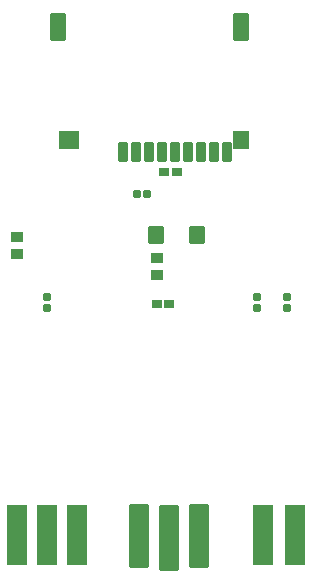
<source format=gts>
G04 Layer: TopSolderMaskLayer*
G04 EasyEDA v6.5.23, 2023-05-05 12:33:24*
G04 99fe30585978489ba2b06a073ac4f22d,10*
G04 Gerber Generator version 0.2*
G04 Scale: 100 percent, Rotated: No, Reflected: No *
G04 Dimensions in millimeters *
G04 leading zeros omitted , absolute positions ,4 integer and 5 decimal *
%FSLAX45Y45*%
%MOMM*%

%AMMACRO1*1,1,$1,$2,$3*1,1,$1,$4,$5*1,1,$1,0-$2,0-$3*1,1,$1,0-$4,0-$5*20,1,$1,$2,$3,$4,$5,0*20,1,$1,$4,$5,0-$2,0-$3,0*20,1,$1,0-$2,0-$3,0-$4,0-$5,0*20,1,$1,0-$4,0-$5,$2,$3,0*4,1,4,$2,$3,$4,$5,0-$2,0-$3,0-$4,0-$5,$2,$3,0*%
%ADD10MACRO1,0.1016X-0.8X2.5X0.8X2.5*%
%ADD11MACRO1,0.1016X-0.8X2.75X0.8X2.75*%
%ADD12MACRO1,0.1016X-0.8X2.625X0.8X2.625*%
%ADD13MACRO1,0.1016X0.395X0.27X0.395X-0.27*%
%ADD14MACRO1,0.1016X-0.395X0.27X-0.395X-0.27*%
%ADD15MACRO1,0.1016X0.6X-0.7X-0.6X-0.7*%
%ADD16MACRO1,0.1016X0.35X-0.8X-0.35X-0.8*%
%ADD17MACRO1,0.1016X0.6X-0.75X-0.6X-0.75*%
%ADD18MACRO1,0.1016X0.6X-1.1X-0.6X-1.1*%
%ADD19MACRO1,0.1016X0.8X-0.75X-0.8X-0.75*%
%ADD20MACRO1,0.1016X-0.432X0.4032X0.432X0.4032*%
%ADD21MACRO1,0.1016X-0.432X-0.4032X0.432X-0.4032*%
%ADD22MACRO1,0.1016X0.27X-0.2828X-0.27X-0.2828*%
%ADD23MACRO1,0.1016X0.27X0.2828X-0.27X0.2828*%
%ADD24MACRO1,0.1016X-0.2828X-0.27X-0.2828X0.27*%
%ADD25MACRO1,0.1016X0.2828X-0.27X0.2828X0.27*%
%ADD26MACRO1,0.1016X0.432X-0.4032X-0.432X-0.4032*%
%ADD27MACRO1,0.1016X0.432X0.4032X-0.432X0.4032*%

%LPD*%
D10*
G01*
X3200400Y-5880100D03*
D11*
G01*
X4229100Y-5905501D03*
D10*
G01*
X5295900Y-5880100D03*
G01*
X5029200Y-5880100D03*
D12*
G01*
X4483100Y-5892801D03*
G01*
X3975100Y-5892801D03*
D10*
G01*
X3454400Y-5880100D03*
G01*
X2946400Y-5880100D03*
D13*
G01*
X4123794Y-3924300D03*
D14*
G01*
X4232805Y-3924300D03*
D13*
G01*
X4187294Y-2806700D03*
D14*
G01*
X4296305Y-2806700D03*
D15*
G01*
X4462599Y-3340100D03*
G01*
X4122600Y-3340100D03*
D16*
G01*
X4608995Y-2638196D03*
G01*
X4498992Y-2638196D03*
G01*
X4388993Y-2638196D03*
G01*
X4278993Y-2638196D03*
G01*
X4168993Y-2638196D03*
G01*
X4058993Y-2638196D03*
G01*
X3948993Y-2638196D03*
G01*
X3838994Y-2638196D03*
G01*
X4718997Y-2638198D03*
D17*
G01*
X4838997Y-2538201D03*
D18*
G01*
X4838997Y-1578201D03*
G01*
X3288985Y-1578198D03*
D19*
G01*
X3378987Y-2538201D03*
D20*
G01*
X2946400Y-3504324D03*
D21*
G01*
X2946400Y-3353675D03*
D22*
G01*
X5232400Y-3868317D03*
D23*
G01*
X5232400Y-3954882D03*
D22*
G01*
X3200400Y-3868317D03*
D23*
G01*
X3200400Y-3954882D03*
D22*
G01*
X4978400Y-3868317D03*
D23*
G01*
X4978400Y-3954882D03*
D24*
G01*
X4043782Y-2997200D03*
D25*
G01*
X3957217Y-2997200D03*
D26*
G01*
X4127500Y-3531475D03*
D27*
G01*
X4127500Y-3682124D03*
M02*

</source>
